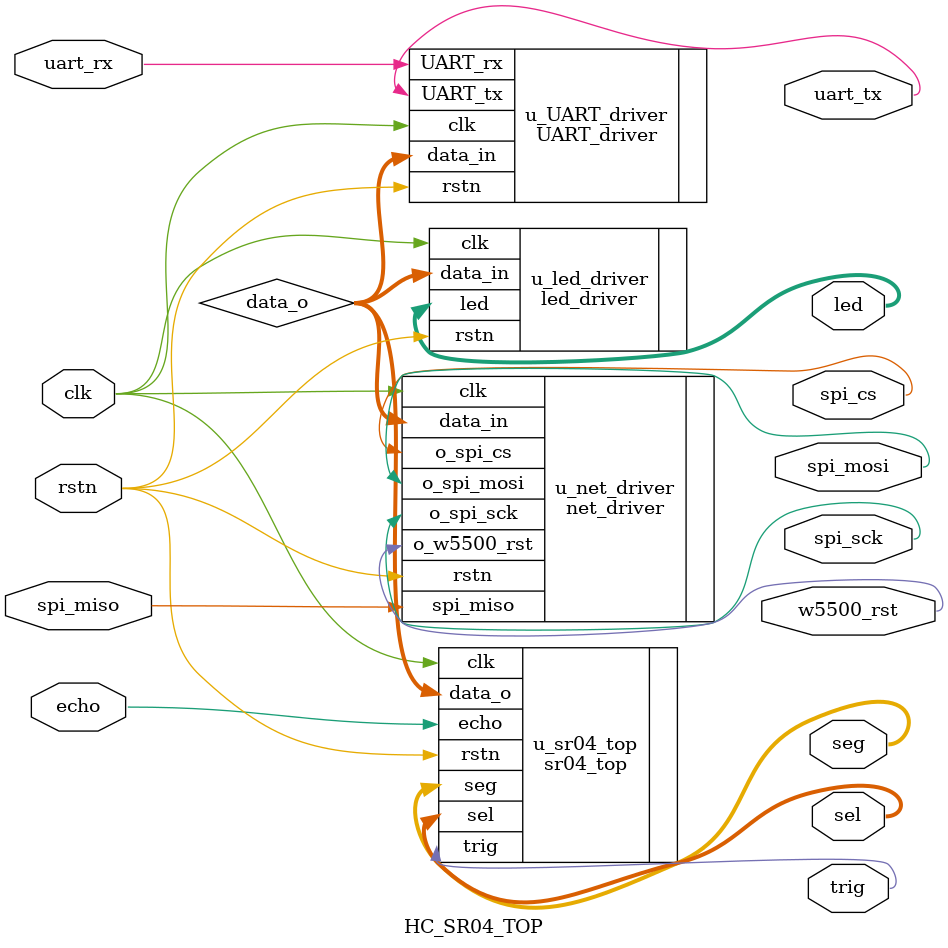
<source format=v>
module 	HC_SR04_TOP(
	input  				clk				, 
	input   			rstn			, 
	input   			echo			, // 距离信号
	input   wire		uart_rx			, // 串口输入 
	input 	wire		spi_miso		, // spi_miso
	output   			trig			, // 触发测距信号
	output  wire [7:0]	sel				,
	output  wire [7:0]	seg				,
	output  wire [4:0]	led				, 
	output  wire 		uart_tx			,
	output 	wire		spi_cs			,
	output 	wire		spi_sck			,
	output 	wire		spi_mosi		,
	output 	wire		w5500_rst
);

    localparam   CLK         =   26'd50000000   ;    // 时钟频率
    localparam   BAUD        =   17'd115200     ;     // 波特率

	wire	[18:00]		data_o		;
	wire 				clk_us		;
	
	wire				flag_1s		;
	wire 				tx_done		;
	wire 	[7 : 0]		data_rx		;

	// 滤波程序待测试
	wire 				flag_out	;	// 开始输出标志，滤波数据满足条件
	wire 	[18: 0]		data_out	;

	sr04_top u_sr04_top(
		.clk         (clk		) ,
		.rstn        (rstn		) ,
		.echo        (echo		) , // 距离信号
		.trig        (trig		) , // 触发测距信号 
		.sel         (sel		) ,
		.seg         (seg		) ,
		.data_o		 (data_o	)  
	);

	UART_driver u_UART_driver(
    	.clk         (clk		),
    	.rstn        (rstn		),
		.data_in	 (data_o	),
    	.UART_rx     (uart_rx	),
    	.UART_tx     (uart_tx	)    
	);

	led_driver u_led_driver(
		.clk         (clk		),
		.rstn        (rstn		),
		.data_in	 (data_o	), //待显示数据
		.led         (led		)
	);

	net_driver u_net_driver(
    	.clk			(clk		),
		.rstn			(rstn		),
		.spi_miso		(spi_miso	),
        .data_in		(data_o		),
		.o_spi_cs		(spi_cs		),
		.o_spi_sck		(spi_sck	),
		.o_spi_mosi		(spi_mosi	),
		.o_w5500_rst	(w5500_rst	)
	);

endmodule
</source>
